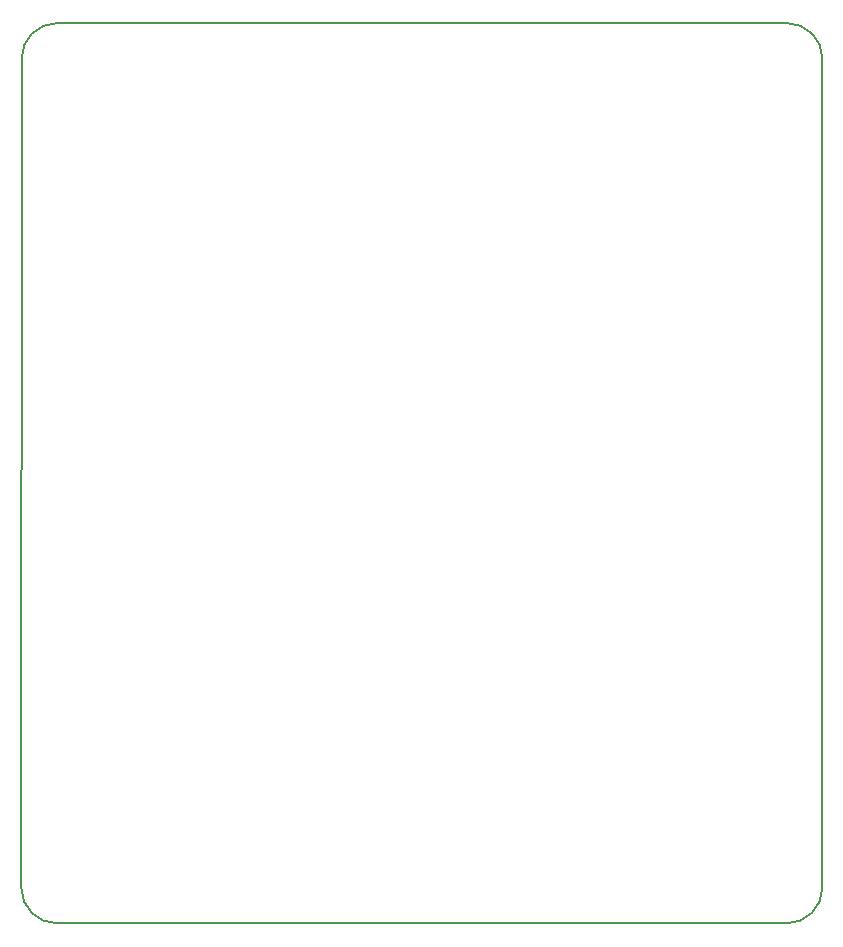
<source format=gbr>
%TF.GenerationSoftware,KiCad,Pcbnew,7.0.1-0*%
%TF.CreationDate,2023-10-30T18:15:43-04:00*%
%TF.ProjectId,WaveWise_Buoy,57617665-5769-4736-955f-42756f792e6b,rev?*%
%TF.SameCoordinates,Original*%
%TF.FileFunction,Profile,NP*%
%FSLAX46Y46*%
G04 Gerber Fmt 4.6, Leading zero omitted, Abs format (unit mm)*
G04 Created by KiCad (PCBNEW 7.0.1-0) date 2023-10-30 18:15:43*
%MOMM*%
%LPD*%
G01*
G04 APERTURE LIST*
%TA.AperFunction,Profile*%
%ADD10C,0.200000*%
%TD*%
G04 APERTURE END LIST*
D10*
X134171320Y-123208680D02*
X134191320Y-53001320D01*
X199000000Y-126208680D02*
X137171320Y-126208680D01*
X202000000Y-53000000D02*
X202000000Y-123208680D01*
X137191320Y-50001320D02*
X199000000Y-50000000D01*
X137191320Y-50001320D02*
G75*
G03*
X134191320Y-53001320I1J-3000001D01*
G01*
X134171320Y-123208680D02*
G75*
G03*
X137171320Y-126208680I3000001J1D01*
G01*
X199000000Y-126208680D02*
G75*
G03*
X202000000Y-123208680I0J3000000D01*
G01*
X202000000Y-53000000D02*
G75*
G03*
X199000000Y-50000000I-3000000J0D01*
G01*
M02*

</source>
